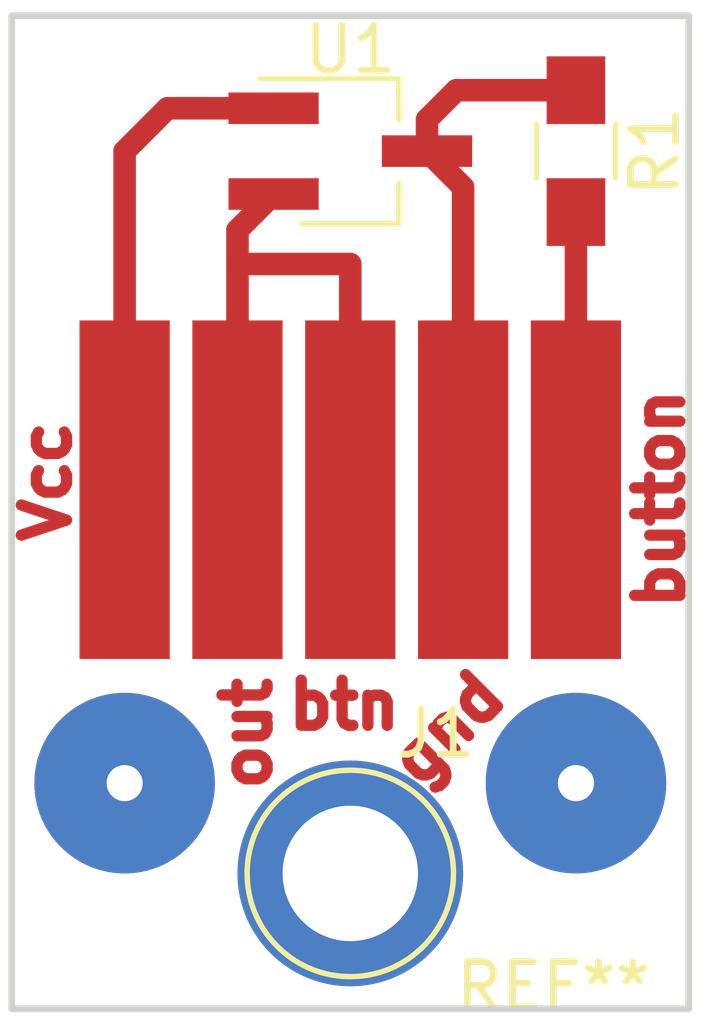
<source format=kicad_pcb>
(kicad_pcb (version 4) (host pcbnew 4.0.7)

  (general
    (links 6)
    (no_connects 0)
    (area 99.924999 77.525 115.325 100.575)
    (thickness 0.6)
    (drawings 9)
    (tracks 14)
    (zones 0)
    (modules 6)
    (nets 5)
  )

  (page A4)
  (layers
    (0 F.Cu signal)
    (31 B.Cu jumper)
    (33 F.Adhes user)
    (35 F.Paste user)
    (37 F.SilkS user)
    (39 F.Mask user)
    (40 Dwgs.User user)
    (41 Cmts.User user)
    (42 Eco1.User user)
    (43 Eco2.User user)
    (44 Edge.Cuts user)
    (45 Margin user)
    (47 F.CrtYd user)
    (49 F.Fab user)
  )

  (setup
    (last_trace_width 0.5)
    (trace_clearance 0.2)
    (zone_clearance 0.508)
    (zone_45_only no)
    (trace_min 0.2)
    (segment_width 0.2)
    (edge_width 0.15)
    (via_size 0.6)
    (via_drill 0.4)
    (via_min_size 0.4)
    (via_min_drill 0.3)
    (uvia_size 0.3)
    (uvia_drill 0.1)
    (uvias_allowed no)
    (uvia_min_size 0.2)
    (uvia_min_drill 0.1)
    (pcb_text_width 0.3)
    (pcb_text_size 1.5 1.5)
    (mod_edge_width 0.15)
    (mod_text_size 1 1)
    (mod_text_width 0.15)
    (pad_size 5 5)
    (pad_drill 3)
    (pad_to_mask_clearance 0.2)
    (aux_axis_origin 100 100)
    (grid_origin 100 100)
    (visible_elements FFFFFF7F)
    (pcbplotparams
      (layerselection 0x00030_80000001)
      (usegerberextensions false)
      (excludeedgelayer true)
      (linewidth 0.150000)
      (plotframeref false)
      (viasonmask false)
      (mode 1)
      (useauxorigin false)
      (hpglpennumber 1)
      (hpglpenspeed 20)
      (hpglpendiameter 15)
      (hpglpenoverlay 2)
      (psnegative false)
      (psa4output false)
      (plotreference true)
      (plotvalue true)
      (plotinvisibletext false)
      (padsonsilk false)
      (subtractmaskfromsilk false)
      (outputformat 1)
      (mirror false)
      (drillshape 1)
      (scaleselection 1)
      (outputdirectory ""))
  )

  (net 0 "")
  (net 1 GND)
  (net 2 "Net-(J1-Pad1)")
  (net 3 "Net-(J1-Pad2)")
  (net 4 "Net-(J1-Pad5)")

  (net_class Default "This is the default net class."
    (clearance 0.2)
    (trace_width 0.5)
    (via_dia 0.6)
    (via_drill 0.4)
    (uvia_dia 0.3)
    (uvia_drill 0.1)
    (add_net GND)
    (add_net "Net-(J1-Pad1)")
    (add_net "Net-(J1-Pad2)")
    (add_net "Net-(J1-Pad5)")
  )

  (module my_footprints:Hole_2mm (layer F.Cu) (tedit 5A1C037C) (tstamp 5A1BFC1C)
    (at 103.5 95)
    (path /591446F9)
    (fp_text reference P1 (at 0 3.81) (layer F.SilkS) hide
      (effects (font (size 1 1) (thickness 0.15)))
    )
    (fp_text value Hole (at 0 -3.81) (layer F.Fab) hide
      (effects (font (size 1 1) (thickness 0.15)))
    )
    (pad "" np_thru_hole circle (at -1 0) (size 4 4) (drill 0.8) (layers *.Cu *.Mask))
  )

  (module my_footprints:Hole_2mm (layer F.Cu) (tedit 5A1C0382) (tstamp 5A1BFC21)
    (at 111.5 95)
    (path /59143415)
    (fp_text reference P4 (at 0 3.81) (layer F.SilkS) hide
      (effects (font (size 1 1) (thickness 0.15)))
    )
    (fp_text value Hole (at 0 -3.81) (layer F.Fab) hide
      (effects (font (size 1 1) (thickness 0.15)))
    )
    (pad "" np_thru_hole circle (at 1 0) (size 4 4) (drill 0.8) (layers *.Cu *.Mask))
  )

  (module Resistors_SMD.pretty:R_0805_HandSoldering (layer F.Cu) (tedit 5A1C0709) (tstamp 5A1BFC32)
    (at 112.5 81 90)
    (descr "Resistor SMD 0805, hand soldering")
    (tags "resistor 0805")
    (path /5A1C0C88)
    (attr smd)
    (fp_text reference R1 (at 0 1.75 90) (layer F.SilkS)
      (effects (font (size 1 1) (thickness 0.15)))
    )
    (fp_text value 47k (at 0 1.75 90) (layer F.Fab)
      (effects (font (size 1 1) (thickness 0.15)))
    )
    (fp_text user %R (at 0 0 90) (layer F.Fab)
      (effects (font (size 0.5 0.5) (thickness 0.075)))
    )
    (fp_line (start -1 0.62) (end -1 -0.62) (layer F.Fab) (width 0.1))
    (fp_line (start 1 0.62) (end -1 0.62) (layer F.Fab) (width 0.1))
    (fp_line (start 1 -0.62) (end 1 0.62) (layer F.Fab) (width 0.1))
    (fp_line (start -1 -0.62) (end 1 -0.62) (layer F.Fab) (width 0.1))
    (fp_line (start 0.6 0.88) (end -0.6 0.88) (layer F.SilkS) (width 0.12))
    (fp_line (start -0.6 -0.88) (end 0.6 -0.88) (layer F.SilkS) (width 0.12))
    (fp_line (start -2.35 -0.9) (end 2.35 -0.9) (layer F.CrtYd) (width 0.05))
    (fp_line (start -2.35 -0.9) (end -2.35 0.9) (layer F.CrtYd) (width 0.05))
    (fp_line (start 2.35 0.9) (end 2.35 -0.9) (layer F.CrtYd) (width 0.05))
    (fp_line (start 2.35 0.9) (end -2.35 0.9) (layer F.CrtYd) (width 0.05))
    (pad 1 smd rect (at -1.35 0 90) (size 1.5 1.3) (layers F.Cu F.Paste F.Mask)
      (net 4 "Net-(J1-Pad5)"))
    (pad 2 smd rect (at 1.35 0 90) (size 1.5 1.3) (layers F.Cu F.Paste F.Mask)
      (net 1 GND))
    (model ${KISYS3DMOD}/Resistors_SMD.3dshapes/R_0805.wrl
      (at (xyz 0 0 0))
      (scale (xyz 1 1 1))
      (rotate (xyz 0 0 0))
    )
  )

  (module TO_SOT_Packages_SMD.pretty:SOT-23W_Handsoldering (layer F.Cu) (tedit 5A1C070E) (tstamp 5A1BFC47)
    (at 107.5 81)
    (descr "SOT-23W http://www.allegromicro.com/~/media/Files/Datasheets/A112x-Datasheet.ashx?la=en&hash=7BC461E058CC246E0BAB62433B2F1ECA104CA9D3")
    (tags "SOT-23W for handsoldering")
    (path /5A1C0A65)
    (attr smd)
    (fp_text reference U1 (at 0 -2.25) (layer F.SilkS)
      (effects (font (size 1 1) (thickness 0.15)))
    )
    (fp_text value A3212LH (at 0 -2.5) (layer F.Fab)
      (effects (font (size 1 1) (thickness 0.15)))
    )
    (fp_line (start 1.075 0.7) (end 1.075 1.61) (layer F.SilkS) (width 0.12))
    (fp_line (start 1.075 -1.6) (end 1.075 -0.7) (layer F.SilkS) (width 0.12))
    (fp_line (start -2 -1.61) (end 1.075 -1.61) (layer F.SilkS) (width 0.12))
    (fp_line (start -1.075 1.61) (end 1.075 1.61) (layer F.SilkS) (width 0.12))
    (fp_text user %R (at 0 0 90) (layer F.Fab)
      (effects (font (size 0.5 0.5) (thickness 0.075)))
    )
    (fp_line (start -0.955 -0.49) (end -0.955 1.49) (layer F.Fab) (width 0.1))
    (fp_line (start 0.045 -1.49) (end 0.955 -1.49) (layer F.Fab) (width 0.1))
    (fp_line (start -0.955 -0.49) (end 0.045 -1.49) (layer F.Fab) (width 0.1))
    (fp_line (start 0.955 -1.49) (end 0.955 1.49) (layer F.Fab) (width 0.1))
    (fp_line (start -0.955 1.49) (end 0.955 1.49) (layer F.Fab) (width 0.1))
    (fp_line (start -2.95 -1.74) (end 2.95 -1.74) (layer F.CrtYd) (width 0.05))
    (fp_line (start 2.95 -1.74) (end 2.95 1.74) (layer F.CrtYd) (width 0.05))
    (fp_line (start 2.95 1.74) (end -2.95 1.74) (layer F.CrtYd) (width 0.05))
    (fp_line (start -2.95 1.74) (end -2.95 -1.74) (layer F.CrtYd) (width 0.05))
    (pad 1 smd rect (at -1.7 -0.95) (size 2 0.7) (layers F.Cu F.Paste F.Mask)
      (net 2 "Net-(J1-Pad1)"))
    (pad 2 smd rect (at -1.7 0.95) (size 2 0.7) (layers F.Cu F.Paste F.Mask)
      (net 3 "Net-(J1-Pad2)"))
    (pad 3 smd rect (at 1.7 0) (size 2 0.7) (layers F.Cu F.Paste F.Mask)
      (net 1 GND))
    (model ${KISYS3DMOD}/TO_SOT_Packages_SMD.3dshapes/SOT-23W_Handsoldering.wrl
      (at (xyz 0 0 0))
      (scale (xyz 1 1 1))
      (rotate (xyz 0 0 0))
    )
  )

  (module my_footprints:SMD5pin (layer F.Cu) (tedit 5A1C0D07) (tstamp 5A23F1B2)
    (at 107.5 88.5)
    (path /5A1C0D39)
    (fp_text reference J1 (at 1.898 5.404) (layer F.SilkS)
      (effects (font (size 1 1) (thickness 0.15)))
    )
    (fp_text value Conn_01x05 (at 0 -4.5) (layer F.Fab)
      (effects (font (size 1 1) (thickness 0.15)))
    )
    (pad 1 smd rect (at -5 0) (size 2 7.5) (layers F.Cu F.Paste F.Mask)
      (net 2 "Net-(J1-Pad1)"))
    (pad 2 smd rect (at -2.5 0) (size 2 7.5) (layers F.Cu F.Paste F.Mask)
      (net 3 "Net-(J1-Pad2)"))
    (pad 3 smd rect (at 0 0) (size 2 7.5) (layers F.Cu F.Paste F.Mask)
      (net 3 "Net-(J1-Pad2)"))
    (pad 4 smd rect (at 2.5 0) (size 2 7.5) (layers F.Cu F.Paste F.Mask)
      (net 1 GND))
    (pad 5 smd rect (at 5 0) (size 2 7.5) (layers F.Cu F.Paste F.Mask)
      (net 4 "Net-(J1-Pad5)"))
  )

  (module Connectors.pretty:1pin (layer F.Cu) (tedit 5A1C06EA) (tstamp 5A40E4AE)
    (at 107.5 97)
    (descr "module 1 pin (ou trou mecanique de percage)")
    (tags DEV)
    (fp_text reference REF** (at 4.5 2.5) (layer F.SilkS)
      (effects (font (size 1 1) (thickness 0.15)))
    )
    (fp_text value 1pin (at -3.5 2) (layer F.Fab)
      (effects (font (size 1 1) (thickness 0.15)))
    )
    (fp_circle (center 0 0) (end 2 0.8) (layer F.Fab) (width 0.1))
    (fp_circle (center 0 0) (end 2.6 0) (layer F.CrtYd) (width 0.05))
    (fp_circle (center 0 0) (end 0 -2.286) (layer F.SilkS) (width 0.12))
    (pad "" np_thru_hole circle (at 0 0) (size 5 5) (drill 3) (layers *.Cu *.Mask))
  )

  (gr_text out (at 105.207 93.904 90) (layer F.Cu)
    (effects (font (size 1 1) (thickness 0.25)))
  )
  (gr_text Vcc (at 100.762 88.316 90) (layer F.Cu)
    (effects (font (size 1 1) (thickness 0.25)))
  )
  (gr_text gnd (at 109.652 93.777 45) (layer F.Cu)
    (effects (font (size 1 1) (thickness 0.25)))
  )
  (gr_text btn (at 107.366 93.269) (layer F.Cu)
    (effects (font (size 1 1) (thickness 0.25)))
  )
  (gr_text button (at 114.351 88.697 90) (layer F.Cu)
    (effects (font (size 1 1) (thickness 0.25)))
  )
  (gr_line (start 115 100) (end 100 100) (angle 90) (layer Edge.Cuts) (width 0.15))
  (gr_line (start 115 78) (end 115 100) (angle 90) (layer Edge.Cuts) (width 0.15))
  (gr_line (start 100 78) (end 115 78) (angle 90) (layer Edge.Cuts) (width 0.15))
  (gr_line (start 100 100) (end 100 78) (angle 90) (layer Edge.Cuts) (width 0.15))

  (segment (start 109.2 81) (end 109.2 80.3) (width 0.5) (layer F.Cu) (net 1))
  (segment (start 109.85 79.65) (end 112.5 79.65) (width 0.5) (layer F.Cu) (net 1) (tstamp 5A23F2B8))
  (segment (start 109.2 80.3) (end 109.85 79.65) (width 0.5) (layer F.Cu) (net 1) (tstamp 5A23F2B7))
  (segment (start 110 88.5) (end 110 81.8) (width 0.5) (layer F.Cu) (net 1))
  (segment (start 110 81.8) (end 109.2 81) (width 0.5) (layer F.Cu) (net 1) (tstamp 5A23F2A1))
  (segment (start 105.8 80.05) (end 103.45 80.05) (width 0.5) (layer F.Cu) (net 2))
  (segment (start 102.5 81) (end 102.5 88.5) (width 0.5) (layer F.Cu) (net 2) (tstamp 5A23F252))
  (segment (start 103.45 80.05) (end 102.5 81) (width 0.5) (layer F.Cu) (net 2) (tstamp 5A23F251))
  (segment (start 107.5 88.5) (end 107.5 83.5) (width 0.5) (layer F.Cu) (net 3))
  (segment (start 107.5 83.5) (end 105 83.5) (width 0.5) (layer F.Cu) (net 3) (tstamp 5A23F25B))
  (segment (start 105 88.5) (end 105 83.5) (width 0.5) (layer F.Cu) (net 3))
  (segment (start 105 83.5) (end 105 82.75) (width 0.5) (layer F.Cu) (net 3) (tstamp 5A23F25E))
  (segment (start 105 82.75) (end 105.8 81.95) (width 0.5) (layer F.Cu) (net 3) (tstamp 5A23F255))
  (segment (start 112.5 88.5) (end 112.5 82.35) (width 0.5) (layer F.Cu) (net 4))

)

</source>
